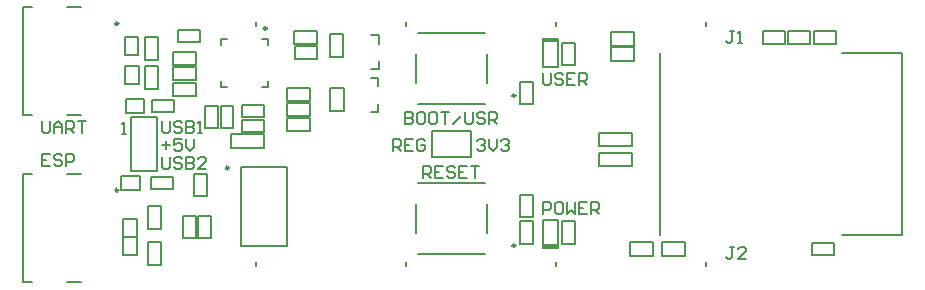
<source format=gto>
G04*
G04 #@! TF.GenerationSoftware,Altium Limited,Altium Designer,25.4.2 (15)*
G04*
G04 Layer_Color=65535*
%FSLAX25Y25*%
%MOIN*%
G70*
G04*
G04 #@! TF.SameCoordinates,6D7273DC-0862-4ADB-9A81-04C38C25D803*
G04*
G04*
G04 #@! TF.FilePolarity,Positive*
G04*
G01*
G75*
%ADD10C,0.00984*%
%ADD11C,0.00600*%
%ADD12C,0.00787*%
%ADD13C,0.00500*%
%ADD14R,0.05600X0.01500*%
D10*
X161358Y66142D02*
G03*
X161358Y66142I-492J0D01*
G01*
X29004Y90079D02*
G03*
X29004Y90079I-492J0D01*
G01*
Y34579D02*
G03*
X29004Y34579I-492J0D01*
G01*
X78492Y88500D02*
G03*
X78492Y88500I-492J0D01*
G01*
X65792Y41992D02*
G03*
X65792Y41992I-492J0D01*
G01*
X161358Y16142D02*
G03*
X161358Y16142I-492J0D01*
G01*
D11*
X225000Y9300D02*
Y10800D01*
X58000Y55200D02*
Y62800D01*
X62400D01*
Y55200D02*
Y62800D01*
X58000Y55200D02*
X62400D01*
X63100Y55300D02*
Y62700D01*
X67300D01*
Y55300D02*
Y62700D01*
X63100Y55300D02*
X67300D01*
X75000Y9300D02*
Y10800D01*
X125000Y9300D02*
Y10800D01*
X175000Y9300D02*
Y10800D01*
X225000Y89200D02*
Y90700D01*
X175000Y89200D02*
Y90700D01*
X125000Y89200D02*
Y90700D01*
X31400Y69880D02*
X32525D01*
X31300Y69980D02*
X31400Y69880D01*
X31300D02*
Y76079D01*
X34775Y69880D02*
X35900D01*
Y76079D01*
X32525Y69880D02*
X34775D01*
X34675Y76079D02*
X35800D01*
X32425D02*
X34675D01*
X31300D02*
X32425D01*
X47400Y66000D02*
Y70200D01*
Y66000D02*
X54800D01*
Y70200D01*
X47400D02*
X54800D01*
X75000Y89200D02*
Y90700D01*
X85200Y59300D02*
X92800D01*
X85200D02*
Y63700D01*
X92800D01*
Y59300D02*
Y63700D01*
X85200Y68700D02*
X92800D01*
Y64300D02*
Y68700D01*
X85200Y64300D02*
X92800D01*
X85200D02*
Y68700D01*
Y58700D02*
X92800D01*
Y54300D02*
Y58700D01*
X85200Y54300D02*
X92800D01*
X85200D02*
Y58700D01*
X37700Y63875D02*
Y65000D01*
Y61625D02*
Y63875D01*
Y60500D02*
Y61625D01*
X31500Y61525D02*
Y63775D01*
Y60400D02*
X37700D01*
X31500D02*
Y61525D01*
Y65000D02*
X37700D01*
X31500Y64900D02*
X31600Y65000D01*
X31500Y63775D02*
Y64900D01*
X47400Y80800D02*
X55000D01*
Y76400D02*
Y80800D01*
X47400Y76400D02*
X55000D01*
X47400D02*
Y80800D01*
Y75800D02*
X55000D01*
Y71400D02*
Y75800D01*
X47400Y71400D02*
X55000D01*
X47400D02*
Y75800D01*
X47593Y60500D02*
Y64700D01*
X40193D02*
X47593D01*
X40193Y60500D02*
Y64700D01*
Y60500D02*
X47593D01*
X42300Y68321D02*
Y75920D01*
X37900Y68321D02*
X42300D01*
X37900D02*
Y75920D01*
X42300D01*
X37900Y77921D02*
Y85520D01*
X42300D01*
Y77921D02*
Y85520D01*
X37900Y77921D02*
X42300D01*
X34475Y85700D02*
X35600D01*
X35700Y85600D01*
Y79500D02*
Y85700D01*
X31100D02*
X32225D01*
X31100Y79500D02*
Y85700D01*
X32225D02*
X34475D01*
X31200Y79500D02*
X32325D01*
X34575D01*
X35700D01*
X47200Y34900D02*
Y39100D01*
X39800D02*
X47200D01*
X39800Y34900D02*
Y39100D01*
Y34900D02*
X47200D01*
X162900Y63300D02*
X167100D01*
Y70700D01*
X162900D02*
X167100D01*
X162900Y63300D02*
Y70700D01*
X70099Y48800D02*
X77699D01*
X70099Y53200D02*
X77699D01*
Y48800D02*
Y53200D01*
X207300Y12800D02*
Y17200D01*
X199700D02*
X207300D01*
X199700Y12800D02*
Y17200D01*
Y12800D02*
X207300D01*
X99700Y68500D02*
X104100D01*
X99700Y60900D02*
Y68500D01*
Y60900D02*
X104100D01*
Y68500D01*
X99600Y79000D02*
X104000D01*
Y86600D01*
X99600D02*
X104000D01*
X99600Y79000D02*
Y86600D01*
X260800Y83400D02*
X268200D01*
X260800D02*
Y87600D01*
X268200D01*
Y83400D02*
Y87600D01*
X260300Y12900D02*
Y17100D01*
Y12900D02*
X267700D01*
Y17100D01*
X260300D02*
X267700D01*
X70300Y58100D02*
X77700D01*
Y53900D02*
Y58100D01*
X70300Y53900D02*
X77700D01*
X70300D02*
Y58100D01*
X77700Y58900D02*
Y63100D01*
X70300D02*
X77700D01*
X70300Y58900D02*
Y63100D01*
Y58900D02*
X77700D01*
X48800Y83900D02*
Y88100D01*
Y83900D02*
X56200D01*
Y88100D01*
X48800D02*
X56200D01*
X87800Y78400D02*
X95200D01*
X87800D02*
Y82600D01*
X95200D01*
Y78400D02*
Y82600D01*
X54400Y32700D02*
X58600D01*
Y40100D01*
X54400D02*
X58600D01*
X54400Y32700D02*
Y40100D01*
X59900Y18600D02*
Y26000D01*
X55700Y18600D02*
X59900D01*
X55700D02*
Y26000D01*
X59900D01*
X50700D02*
X54900D01*
X50700Y18600D02*
Y26000D01*
Y18600D02*
X54900D01*
Y26000D01*
X243800Y83400D02*
Y87600D01*
Y83400D02*
X251200D01*
Y87600D01*
X243800D02*
X251200D01*
X252300Y83400D02*
X259700D01*
X252300D02*
Y87600D01*
X259700D01*
Y83400D02*
Y87600D01*
X162900Y16800D02*
X167100D01*
Y24200D01*
X162900D02*
X167100D01*
X162900Y16800D02*
Y24200D01*
X146500Y45750D02*
Y54250D01*
X133500Y45750D02*
X146500D01*
X133500Y54250D02*
X146500D01*
X133500Y45750D02*
Y54250D01*
X66700Y48800D02*
Y53200D01*
Y48800D02*
X74300D01*
X66700Y53200D02*
X74300D01*
X176800Y83800D02*
X181200D01*
X176800Y76200D02*
Y83800D01*
Y76200D02*
X181200D01*
Y83800D01*
X176800Y16700D02*
X181200D01*
Y24300D01*
X176800D02*
X181200D01*
X176800Y16700D02*
Y24300D01*
X175500Y80000D02*
Y85100D01*
X170500D02*
X175500D01*
X170500Y75800D02*
Y85100D01*
Y75800D02*
X175500D01*
Y80000D01*
X170500Y15400D02*
Y20500D01*
Y15400D02*
X175500D01*
Y24700D01*
X170500D02*
X175500D01*
X170500Y20500D02*
Y24700D01*
X95300Y83300D02*
Y87700D01*
X87700D02*
X95300D01*
X87700Y83300D02*
Y87700D01*
Y83300D02*
X95300D01*
X33250Y59000D02*
X41750D01*
Y41000D02*
Y59000D01*
X33250Y41000D02*
X41750D01*
X33250D02*
Y59000D01*
X38800Y21700D02*
X43200D01*
Y29300D01*
X38800D02*
X43200D01*
X38800Y21700D02*
Y29300D01*
X38900Y17299D02*
X43300D01*
X38900Y9699D02*
Y17299D01*
Y9699D02*
X43300D01*
Y17299D01*
X30800Y12900D02*
X31925D01*
X30700Y13000D02*
X30800Y12900D01*
X30700D02*
Y19100D01*
X34175Y12900D02*
X35300D01*
Y19100D01*
X31925Y12900D02*
X34175D01*
X34075Y19100D02*
X35200D01*
X31825D02*
X34075D01*
X30700D02*
X31825D01*
X34075Y25100D02*
X35200D01*
X35300Y25000D01*
Y18900D02*
Y25100D01*
X30700D02*
X31825D01*
X30700Y18900D02*
Y25100D01*
X31825D02*
X34075D01*
X30800Y18900D02*
X31925D01*
X34175D01*
X35300D01*
X29900Y38075D02*
Y39200D01*
X30000Y39300D01*
X29900D02*
X36100D01*
X29900Y34700D02*
Y35825D01*
Y34700D02*
X36100D01*
X29900Y35825D02*
Y38075D01*
X36100Y34800D02*
Y35925D01*
Y38175D01*
Y39300D01*
X162800Y25499D02*
X167200D01*
Y33099D01*
X162800D02*
X167200D01*
X162800Y25499D02*
Y33099D01*
X193200Y82800D02*
Y87200D01*
Y82800D02*
X200800D01*
Y87200D01*
X193200D02*
X200800D01*
X217800Y12800D02*
Y17200D01*
X210200D02*
X217800D01*
X210200Y12800D02*
Y17200D01*
Y12800D02*
X217800D01*
X193200Y77800D02*
Y82200D01*
Y77800D02*
X200800D01*
Y82200D01*
X193200D02*
X200800D01*
X189300Y49200D02*
Y53600D01*
Y49200D02*
X196900D01*
X189300Y53600D02*
X196900D01*
X189298Y42500D02*
Y46900D01*
Y42500D02*
X196898D01*
X189298Y46900D02*
X196898D01*
X200300Y49200D02*
Y53600D01*
X192700D02*
X200300D01*
X192700Y49200D02*
X200300D01*
Y42500D02*
Y46900D01*
X192700D02*
X200300D01*
X192700Y42500D02*
X200300D01*
X43600Y57599D02*
Y54266D01*
X44266Y53600D01*
X45599D01*
X46266Y54266D01*
Y57599D01*
X50265Y56932D02*
X49598Y57599D01*
X48265D01*
X47599Y56932D01*
Y56266D01*
X48265Y55599D01*
X49598D01*
X50265Y54933D01*
Y54266D01*
X49598Y53600D01*
X48265D01*
X47599Y54266D01*
X51597Y57599D02*
Y53600D01*
X53597D01*
X54263Y54266D01*
Y54933D01*
X53597Y55599D01*
X51597D01*
X53597D01*
X54263Y56266D01*
Y56932D01*
X53597Y57599D01*
X51597D01*
X55596Y53600D02*
X56929D01*
X56263D01*
Y57599D01*
X55596Y56932D01*
X170600Y73599D02*
Y70266D01*
X171266Y69600D01*
X172599D01*
X173266Y70266D01*
Y73599D01*
X177264Y72932D02*
X176598Y73599D01*
X175265D01*
X174599Y72932D01*
Y72266D01*
X175265Y71599D01*
X176598D01*
X177264Y70933D01*
Y70266D01*
X176598Y69600D01*
X175265D01*
X174599Y70266D01*
X181263Y73599D02*
X178597D01*
Y69600D01*
X181263D01*
X178597Y71599D02*
X179930D01*
X182596Y69600D02*
Y73599D01*
X184596D01*
X185262Y72932D01*
Y71599D01*
X184596Y70933D01*
X182596D01*
X183929D02*
X185262Y69600D01*
X170600Y26600D02*
Y30599D01*
X172599D01*
X173266Y29932D01*
Y28599D01*
X172599Y27933D01*
X170600D01*
X176598Y30599D02*
X175265D01*
X174599Y29932D01*
Y27266D01*
X175265Y26600D01*
X176598D01*
X177264Y27266D01*
Y29932D01*
X176598Y30599D01*
X178597D02*
Y26600D01*
X179930Y27933D01*
X181263Y26600D01*
Y30599D01*
X185262D02*
X182596D01*
Y26600D01*
X185262D01*
X182596Y28599D02*
X183929D01*
X186595Y26600D02*
Y30599D01*
X188594D01*
X189261Y29932D01*
Y28599D01*
X188594Y27933D01*
X186595D01*
X187928D02*
X189261Y26600D01*
X124672Y60599D02*
Y56600D01*
X126671D01*
X127337Y57266D01*
Y57933D01*
X126671Y58599D01*
X124672D01*
X126671D01*
X127337Y59266D01*
Y59932D01*
X126671Y60599D01*
X124672D01*
X130670D02*
X129337D01*
X128670Y59932D01*
Y57266D01*
X129337Y56600D01*
X130670D01*
X131336Y57266D01*
Y59932D01*
X130670Y60599D01*
X134668D02*
X133335D01*
X132669Y59932D01*
Y57266D01*
X133335Y56600D01*
X134668D01*
X135335Y57266D01*
Y59932D01*
X134668Y60599D01*
X136668D02*
X139333D01*
X138001D01*
Y56600D01*
X140666D02*
X143332Y59266D01*
X144665Y60599D02*
Y57266D01*
X145332Y56600D01*
X146665D01*
X147331Y57266D01*
Y60599D01*
X151330Y59932D02*
X150663Y60599D01*
X149330D01*
X148664Y59932D01*
Y59266D01*
X149330Y58599D01*
X150663D01*
X151330Y57933D01*
Y57266D01*
X150663Y56600D01*
X149330D01*
X148664Y57266D01*
X152663Y56600D02*
Y60599D01*
X154662D01*
X155328Y59932D01*
Y58599D01*
X154662Y57933D01*
X152663D01*
X153996D02*
X155328Y56600D01*
X130670Y38600D02*
Y42599D01*
X132669D01*
X133335Y41932D01*
Y40599D01*
X132669Y39933D01*
X130670D01*
X132003D02*
X133335Y38600D01*
X137334Y42599D02*
X134668D01*
Y38600D01*
X137334D01*
X134668Y40599D02*
X136001D01*
X141333Y41932D02*
X140666Y42599D01*
X139333D01*
X138667Y41932D01*
Y41266D01*
X139333Y40599D01*
X140666D01*
X141333Y39933D01*
Y39266D01*
X140666Y38600D01*
X139333D01*
X138667Y39266D01*
X145332Y42599D02*
X142666D01*
Y38600D01*
X145332D01*
X142666Y40599D02*
X143999D01*
X146665Y42599D02*
X149330D01*
X147997D01*
Y38600D01*
X120600Y47600D02*
Y51599D01*
X122599D01*
X123266Y50932D01*
Y49599D01*
X122599Y48933D01*
X120600D01*
X121933D02*
X123266Y47600D01*
X127264Y51599D02*
X124599D01*
Y47600D01*
X127264D01*
X124599Y49599D02*
X125932D01*
X131263Y50932D02*
X130597Y51599D01*
X129264D01*
X128597Y50932D01*
Y48266D01*
X129264Y47600D01*
X130597D01*
X131263Y48266D01*
Y49599D01*
X129930D01*
X148600Y50932D02*
X149267Y51599D01*
X150599D01*
X151266Y50932D01*
Y50266D01*
X150599Y49599D01*
X149933D01*
X150599D01*
X151266Y48933D01*
Y48266D01*
X150599Y47600D01*
X149267D01*
X148600Y48266D01*
X152599Y51599D02*
Y48933D01*
X153932Y47600D01*
X155264Y48933D01*
Y51599D01*
X156597Y50932D02*
X157264Y51599D01*
X158597D01*
X159263Y50932D01*
Y50266D01*
X158597Y49599D01*
X157930D01*
X158597D01*
X159263Y48933D01*
Y48266D01*
X158597Y47600D01*
X157264D01*
X156597Y48266D01*
X43600Y45599D02*
Y42266D01*
X44266Y41600D01*
X45599D01*
X46266Y42266D01*
Y45599D01*
X50265Y44932D02*
X49598Y45599D01*
X48265D01*
X47599Y44932D01*
Y44266D01*
X48265Y43599D01*
X49598D01*
X50265Y42933D01*
Y42266D01*
X49598Y41600D01*
X48265D01*
X47599Y42266D01*
X51597Y45599D02*
Y41600D01*
X53597D01*
X54263Y42266D01*
Y42933D01*
X53597Y43599D01*
X51597D01*
X53597D01*
X54263Y44266D01*
Y44932D01*
X53597Y45599D01*
X51597D01*
X58262Y41600D02*
X55596D01*
X58262Y44266D01*
Y44932D01*
X57595Y45599D01*
X56263D01*
X55596Y44932D01*
X43600Y49599D02*
X46266D01*
X44933Y50932D02*
Y48266D01*
X50265Y51599D02*
X47599D01*
Y49599D01*
X48932Y50266D01*
X49598D01*
X50265Y49599D01*
Y48266D01*
X49598Y47600D01*
X48265D01*
X47599Y48266D01*
X51597Y51599D02*
Y48933D01*
X52930Y47600D01*
X54263Y48933D01*
Y51599D01*
X6266Y46599D02*
X3600D01*
Y42600D01*
X6266D01*
X3600Y44599D02*
X4933D01*
X10265Y45932D02*
X9598Y46599D01*
X8265D01*
X7599Y45932D01*
Y45266D01*
X8265Y44599D01*
X9598D01*
X10265Y43933D01*
Y43266D01*
X9598Y42600D01*
X8265D01*
X7599Y43266D01*
X11597Y42600D02*
Y46599D01*
X13597D01*
X14263Y45932D01*
Y44599D01*
X13597Y43933D01*
X11597D01*
X3600Y57599D02*
Y54266D01*
X4266Y53600D01*
X5599D01*
X6266Y54266D01*
Y57599D01*
X7599Y53600D02*
Y56266D01*
X8932Y57599D01*
X10265Y56266D01*
Y53600D01*
Y55599D01*
X7599D01*
X11597Y53600D02*
Y57599D01*
X13597D01*
X14263Y56932D01*
Y55599D01*
X13597Y54933D01*
X11597D01*
X12930D02*
X14263Y53600D01*
X15596Y57599D02*
X18262D01*
X16929D01*
Y53600D01*
X234266Y15599D02*
X232933D01*
X233599D01*
Y12267D01*
X232933Y11600D01*
X232266D01*
X231600Y12267D01*
X238264Y11600D02*
X235599D01*
X238264Y14266D01*
Y14932D01*
X237598Y15599D01*
X236265D01*
X235599Y14932D01*
X234266Y87599D02*
X232933D01*
X233599D01*
Y84266D01*
X232933Y83600D01*
X232266D01*
X231600Y84266D01*
X235599Y83600D02*
X236932D01*
X236265D01*
Y87599D01*
X235599Y86932D01*
X30200Y53300D02*
X31533D01*
X30866D01*
Y57299D01*
X30200Y56632D01*
D12*
X128878Y63189D02*
X151122D01*
X128189Y70177D02*
Y79823D01*
X128878Y86811D02*
X151122D01*
X151811Y70177D02*
Y79823D01*
X113258Y74891D02*
X115817D01*
Y77746D01*
X113258Y86309D02*
X115817D01*
Y83454D02*
Y86309D01*
X113158Y60591D02*
X115717D01*
Y63446D01*
X113158Y72009D02*
X115717D01*
Y69154D02*
Y72009D01*
X11779Y95492D02*
X16701D01*
X-2689D02*
X165D01*
X-2689Y59508D02*
Y95492D01*
X11779Y59508D02*
X16701D01*
X-2689D02*
X165D01*
X-2689Y4008D02*
X165D01*
X11779D02*
X16701D01*
X-2689D02*
Y39992D01*
X165D01*
X11779D02*
X16701D01*
X63126Y69126D02*
Y71095D01*
Y69126D02*
X65095D01*
X78874D02*
Y71095D01*
X76906Y69126D02*
X78874D01*
X63126Y82906D02*
Y84874D01*
X65095D01*
X78874Y82906D02*
Y84874D01*
X76906D02*
X78874D01*
X69926Y15811D02*
Y42189D01*
X85280Y15811D02*
Y42189D01*
X69926D02*
X85280D01*
X69926Y15811D02*
X85280D01*
X151811Y20177D02*
Y29823D01*
X128878Y36811D02*
X151122D01*
X128189Y20177D02*
Y29823D01*
X128878Y13189D02*
X151122D01*
D13*
X290236Y19646D02*
Y80276D01*
X270354Y19646D02*
X290236D01*
X209528D02*
Y80276D01*
X270354D02*
X290236D01*
D14*
X173000Y84650D02*
D03*
Y15850D02*
D03*
M02*

</source>
